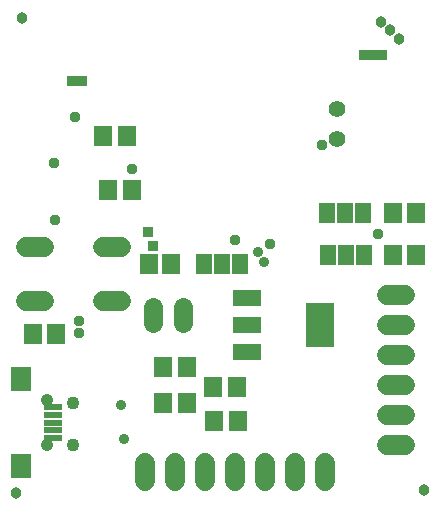
<source format=gbs>
G75*
%MOIN*%
%OFA0B0*%
%FSLAX25Y25*%
%IPPOS*%
%LPD*%
%AMOC8*
5,1,8,0,0,1.08239X$1,22.5*
%
%ADD10C,0.03800*%
%ADD11C,0.06800*%
%ADD12R,0.05918X0.07099*%
%ADD13C,0.05600*%
%ADD14R,0.05918X0.06706*%
%ADD15R,0.05400X0.07100*%
%ADD16R,0.09599X0.05599*%
%ADD17R,0.09461X0.14973*%
%ADD18R,0.06693X0.07874*%
%ADD19R,0.06312X0.02375*%
%ADD20C,0.04146*%
%ADD21C,0.04343*%
%ADD22C,0.06200*%
%ADD23C,0.03700*%
%ADD24C,0.03578*%
%ADD25R,0.03700X0.03700*%
D10*
X0045933Y0041933D03*
X0181933Y0042933D03*
X0173433Y0193433D03*
X0170433Y0196433D03*
X0167433Y0198933D03*
X0047933Y0200433D03*
D11*
X0049133Y0123833D02*
X0055133Y0123833D01*
X0055133Y0106033D02*
X0049133Y0106033D01*
X0074733Y0106033D02*
X0080733Y0106033D01*
X0080733Y0123833D02*
X0074733Y0123833D01*
X0088933Y0051933D02*
X0088933Y0045933D01*
X0098933Y0045933D02*
X0098933Y0051933D01*
X0108933Y0051933D02*
X0108933Y0045933D01*
X0118933Y0045933D02*
X0118933Y0051933D01*
X0128933Y0051933D02*
X0128933Y0045933D01*
X0138933Y0045933D02*
X0138933Y0051933D01*
X0148933Y0051933D02*
X0148933Y0045933D01*
X0169433Y0057933D02*
X0175433Y0057933D01*
X0175433Y0067933D02*
X0169433Y0067933D01*
X0169433Y0077933D02*
X0175433Y0077933D01*
X0175433Y0087933D02*
X0169433Y0087933D01*
X0169433Y0097933D02*
X0175433Y0097933D01*
X0175433Y0107933D02*
X0169433Y0107933D01*
D12*
X0119870Y0065933D03*
X0111996Y0065933D03*
X0102870Y0071933D03*
X0111496Y0077433D03*
X0119370Y0077433D03*
X0102870Y0083933D03*
X0094996Y0083933D03*
X0094996Y0071933D03*
X0084370Y0142933D03*
X0076496Y0142933D03*
X0074996Y0160933D03*
X0082870Y0160933D03*
D13*
X0152933Y0159933D03*
X0152933Y0169933D03*
D14*
X0171693Y0135433D03*
X0179173Y0135433D03*
X0179173Y0121433D03*
X0171693Y0121433D03*
X0097673Y0118433D03*
X0090193Y0118433D03*
X0059173Y0094933D03*
X0051693Y0094933D03*
D15*
X0108433Y0118433D03*
X0114433Y0118433D03*
X0120433Y0118433D03*
X0149933Y0121433D03*
X0155933Y0121433D03*
X0161933Y0121433D03*
X0161433Y0135433D03*
X0155433Y0135433D03*
X0149433Y0135433D03*
D16*
X0122732Y0107031D03*
X0122732Y0097933D03*
X0122732Y0088835D03*
D17*
X0147134Y0097933D03*
D18*
X0047433Y0079937D03*
X0047433Y0050929D03*
D19*
X0058063Y0060315D03*
X0058063Y0062874D03*
X0058063Y0065433D03*
X0058063Y0067992D03*
X0058063Y0070551D03*
D20*
X0056094Y0072913D03*
X0056094Y0057953D03*
D21*
X0064933Y0058043D03*
X0064933Y0071823D03*
D22*
X0091433Y0098733D02*
X0091433Y0104133D01*
X0101433Y0104133D02*
X0101433Y0098733D01*
D23*
X0118933Y0126433D03*
X0130433Y0124933D03*
X0147783Y0157933D03*
X0166433Y0128433D03*
X0084433Y0149933D03*
X0065433Y0167433D03*
X0058433Y0151933D03*
X0058933Y0132933D03*
X0066933Y0099433D03*
X0066933Y0095433D03*
D24*
X0080933Y0071433D03*
X0081767Y0059815D03*
X0128433Y0118933D03*
X0126494Y0122244D03*
D25*
X0091433Y0124433D03*
X0089933Y0128933D03*
X0067933Y0179433D03*
X0064433Y0179433D03*
X0161933Y0187933D03*
X0164933Y0187933D03*
X0167933Y0187933D03*
M02*

</source>
